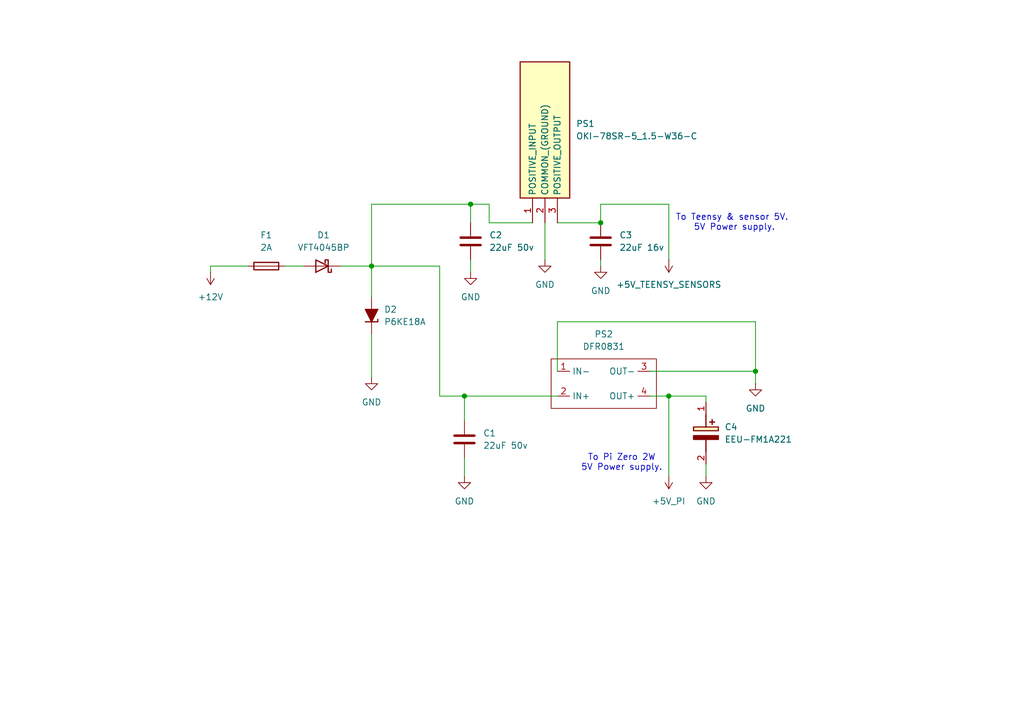
<source format=kicad_sch>
(kicad_sch (version 20250114) (generator "eeschema") (generator_version "9.0")
  (paper "A5")
  (title_block (title "4L60E Controller - Input Conditioning (Overview)") (date "2026-01-26") (rev "B") (comment 1 "Input sheets listed below"))
  (lib_symbols
    (symbol "Device:D_Schottky" (pin_numbers (hide yes)) (pin_names (offset 1.016) (hide yes))
      (property "Reference" "D" (at 0 2.54 0))
      (property "Value" "D_Schottky" (at 0 -2.54 0))
      (symbol "D_Schottky_0_1"
        (polyline (pts (xy -1.905 0.635) (xy -1.905 1.27) (xy -1.27 1.27) (xy -1.27 -1.27) (xy -0.635 -1.27) (xy -0.635 -0.635)) (stroke (width 0.254)))
        (polyline (pts (xy 1.27 1.27) (xy 1.27 -1.27) (xy -1.27 0) (xy 1.27 1.27)) (stroke (width 0.254)))
        (polyline (pts (xy 1.27 0) (xy -1.27 0)))
      )
      (symbol "D_Schottky_1_1"
        (pin passive line (at -3.81 0 0) (length 2.54) (name "K") (number "1"))
        (pin passive line (at 3.81 0 180) (length 2.54) (name "A") (number "2"))
      )
    )
    (symbol "Device:Fuse" (pin_numbers (hide yes)) (pin_names (offset 0))
      (property "Reference" "F" (at 2.032 0 90))
      (property "Value" "Fuse" (at -1.905 0 90))
      (symbol "Fuse_0_1"
        (rectangle (start -0.762 -2.54) (end 0.762 2.54) (stroke (width 0.254)))
        (polyline (pts (xy 0 2.54) (xy 0 -2.54)))
      )
      (symbol "Fuse_1_1"
        (pin passive line (at 0 3.81 270) (length 1.27) (name "~") (number "1"))
        (pin passive line (at 0 -3.81 90) (length 1.27) (name "~") (number "2"))
      )
    )
    (symbol "PCM_Capacitor_US_AKL:C_Disc_D8.0mm_W5.0mm_P5.00mm" (pin_numbers (hide yes)) (pin_names (offset 0.254))
      (property "Reference" "C" (at 0.635 2.54 0))
      (property "Value" "C_Disc_D8.0mm_W5.0mm_P5.00mm" (at 0.635 -2.54 0))
      (symbol "C_Disc_D8.0mm_W5.0mm_P5.00mm_0_1"
        (polyline (pts (xy -2.032 0.762) (xy 2.032 0.762)) (stroke (width 0.508)))
        (polyline (pts (xy -2.032 -0.762) (xy 2.032 -0.762)) (stroke (width 0.508)))
      )
      (symbol "C_Disc_D8.0mm_W5.0mm_P5.00mm_0_2"
        (polyline (pts (xy -2.54 -2.54) (xy -0.381 -0.381)))
        (polyline (pts (xy -0.508 -0.508) (xy -1.651 0.635)) (stroke (width 0.508)))
        (polyline (pts (xy -0.508 -0.508) (xy 0.635 -1.651)) (stroke (width 0.508)))
        (polyline (pts (xy 0.381 0.381) (xy 2.54 2.54)))
        (polyline (pts (xy 0.508 0.508) (xy -0.635 1.651)) (stroke (width 0.508)))
        (polyline (pts (xy 0.508 0.508) (xy 1.651 -0.635)) (stroke (width 0.508)))
      )
      (symbol "C_Disc_D8.0mm_W5.0mm_P5.00mm_1_1"
        (pin passive line (at 0 3.81 270) (length 2.794) (name "~") (number "1"))
        (pin passive line (at 0 -3.81 90) (length 2.794) (name "~") (number "2"))
      )
      (symbol "C_Disc_D8.0mm_W5.0mm_P5.00mm_1_2"
        (pin passive line (at -2.54 -2.54 90) (length 0) (name "~") (number "2"))
        (pin passive line (at 2.54 2.54 270) (length 0) (name "~") (number "1"))
      )
    )
    (symbol "PCM_Diode_TVS_AKL:P6KE18A" (pin_numbers (hide yes)) (pin_names (offset 1.016) (hide yes))
      (property "Reference" "D" (at 0 5.08 0))
      (property "Value" "P6KE18A" (at 0 2.54 0))
      (symbol "P6KE18A_0_1"
        (polyline (pts (xy -1.27 1.27) (xy -1.27 -1.27) (xy 1.27 0) (xy -1.27 1.27)) (stroke (width 0.254)) (fill (type outline)))
        (polyline (pts (xy -1.27 0) (xy 1.27 0)))
        (polyline (pts (xy 1.27 1.27) (xy 0.762 1.27)) (stroke (width 0.254)))
        (polyline (pts (xy 1.27 -1.27) (xy 1.27 1.27)) (stroke (width 0.254)))
      )
      (symbol "P6KE18A_0_2"
        (polyline (pts (xy -2.54 -2.54) (xy 2.54 2.54)))
        (polyline (pts (xy -0.889 -0.889) (xy -1.778 0) (xy 0.889 0.889) (xy 0 -1.778) (xy -0.889 -0.889)) (stroke (width 0.254)) (fill (type outline)))
        (polyline (pts (xy 0 1.778) (xy -0.381 1.397)) (stroke (width 0.254)))
        (polyline (pts (xy 0 1.778) (xy 1.778 0)) (stroke (width 0.254)))
      )
      (symbol "P6KE18A_1_1"
        (pin passive line (at -3.81 0 0) (length 2.54) (name "A") (number "2"))
        (pin passive line (at 3.81 0 180) (length 2.54) (name "K") (number "1"))
      )
      (symbol "P6KE18A_1_2"
        (pin passive line (at -2.54 -2.54 0) (length 0) (name "A") (number "2"))
        (pin passive line (at 2.54 2.54 180) (length 0) (name "K") (number "1"))
      )
    )
    (symbol "SamacSys_Parts:DFR0831"
      (property "Reference" "PS" (at 1.016 3.81 0))
      (property "Value" "DFR0831" (at 1.016 0 0))
      (symbol "DFR0831_0_1"
        (rectangle (start -8.89 5.08) (end 12.7 -5.08))
      )
      (symbol "DFR0831_1_1"
        (pin power_in line (at -7.62 2.54 0) (length 2.54) (name "IN-") (number "1"))
        (pin power_in line (at -7.62 -2.54 0) (length 2.54) (name "IN+") (number "2"))
        (pin power_in line (at 11.43 2.54 180) (length 2.54) (name "OUT-") (number "3"))
        (pin power_out line (at 11.43 -2.54 180) (length 2.54) (name "OUT+") (number "4"))
      )
    )
    (symbol "SamacSys_Parts:EEU-FM1A221" (pin_names (hide yes))
      (property "Reference" "C" (at 8.89 6.35 0))
      (property "Value" "EEU-FM1A221" (at 8.89 3.81 0))
      (symbol "EEU-FM1A221_1_1"
        (polyline (pts (xy 2.54 0) (xy 5.08 0)) (stroke (width 0.254)))
        (polyline (pts (xy 4.064 1.778) (xy 4.064 0.762)) (stroke (width 0.254)))
        (polyline (pts (xy 4.572 1.27) (xy 3.556 1.27)) (stroke (width 0.254)))
        (rectangle (start 5.08 2.54) (end 5.842 -2.54) (stroke (width 0.254)) (fill (type background)))
        (polyline (pts (xy 7.62 2.54) (xy 7.62 -2.54) (xy 6.858 -2.54) (xy 6.858 2.54) (xy 7.62 2.54)) (stroke (width 0.254)) (fill (type outline)))
        (polyline (pts (xy 7.62 0) (xy 10.16 0)) (stroke (width 0.254)))
        (pin passive line (at 0 0 0) (length 2.54) (name "+") (number "1"))
        (pin passive line (at 12.7 0 180) (length 2.54) (name "-") (number "2"))
      )
    )
    (symbol "SamacSys_Parts:OKI-78SR-5_1.5-W36-C"
      (property "Reference" "PS" (at 34.29 7.62 0))
      (property "Value" "OKI-78SR-5_1.5-W36-C" (at 34.29 5.08 0))
      (symbol "OKI-78SR-5_1.5-W36-C_1_1"
        (rectangle (start 5.08 2.54) (end 33.02 -7.62) (stroke (width 0.254)) (fill (type background)))
        (pin power_in line (at 0 0 0) (length 5.08) (name "POSITIVE_INPUT") (number "1"))
        (pin power_in line (at 0 -2.54 0) (length 5.08) (name "COMMON_(GROUND)") (number "2"))
        (pin power_out line (at 0 -5.08 0) (length 5.08) (name "POSITIVE_OUTPUT") (number "3"))
      )
    )
    (symbol "power:+5V" (power) (pin_numbers (hide yes)) (pin_names (offset 0) (hide yes))
      (property "Value" "+5V" (at 0 3.556 0))
      (symbol "+5V_0_1"
        (polyline (pts (xy -0.762 1.27) (xy 0 2.54)))
        (polyline (pts (xy 0 2.54) (xy 0.762 1.27)))
        (polyline (pts (xy 0 0) (xy 0 2.54)))
      )
      (symbol "+5V_1_1"
        (pin power_in line (at 0 0 90) (length 0) (name "~") (number "1"))
      )
    )
    (symbol "power:GND" (power) (pin_numbers (hide yes)) (pin_names (offset 0) (hide yes))
      (property "Value" "GND" (at 0 -3.81 0))
      (symbol "GND_0_1"
        (polyline (pts (xy 0 0) (xy 0 -1.27) (xy 1.27 -1.27) (xy 0 -2.54) (xy -1.27 -1.27) (xy 0 -1.27)))
      )
      (symbol "GND_1_1"
        (pin power_in line (at 0 0 270) (length 0) (name "~") (number "1"))
      )
    )
  )
  (text "To Pi Zero 2W\n5V Power supply.\n" (at 127.508 94.996 0) (effects (font (size 1.27 1.27))))
  (text "To Teensy & sensor 5V. \n5V Power supply.\n" (at 150.622 45.72 0) (effects (font (size 1.27 1.27))))
  (junction (at 95.25 81.28))
  (junction (at 137.16 81.28))
  (junction (at 76.2 54.61))
  (junction (at 96.52 41.91))
  (junction (at 154.94 76.2))
  (junction (at 123.19 45.72))
  (wire (pts (xy 100.33 45.72) (xy 100.33 41.91)))
  (wire (pts (xy 50.8 54.61) (xy 43.18 54.61)))
  (wire (pts (xy 95.25 93.98) (xy 95.25 97.79)))
  (wire (pts (xy 154.94 76.2) (xy 154.94 78.74)))
  (wire (pts (xy 133.35 81.28) (xy 137.16 81.28)))
  (wire (pts (xy 114.3 66.04) (xy 154.94 66.04)))
  (wire (pts (xy 76.2 54.61) (xy 90.17 54.61)))
  (wire (pts (xy 114.3 76.2) (xy 114.3 66.04)))
  (wire (pts (xy 114.3 45.72) (xy 123.19 45.72)))
  (wire (pts (xy 133.35 76.2) (xy 154.94 76.2)))
  (wire (pts (xy 144.78 82.55) (xy 144.78 81.28)))
  (wire (pts (xy 123.19 45.72) (xy 123.19 41.91)))
  (wire (pts (xy 144.78 81.28) (xy 137.16 81.28)))
  (wire (pts (xy 95.25 81.28) (xy 95.25 86.36)))
  (wire (pts (xy 58.42 54.61) (xy 62.23 54.61)))
  (wire (pts (xy 100.33 41.91) (xy 96.52 41.91)))
  (wire (pts (xy 137.16 81.28) (xy 137.16 97.79)))
  (wire (pts (xy 90.17 81.28) (xy 95.25 81.28)))
  (wire (pts (xy 76.2 41.91) (xy 76.2 54.61)))
  (wire (pts (xy 76.2 41.91) (xy 96.52 41.91)))
  (wire (pts (xy 90.17 54.61) (xy 90.17 81.28)))
  (wire (pts (xy 111.76 45.72) (xy 111.76 53.34)))
  (wire (pts (xy 96.52 41.91) (xy 96.52 45.72)))
  (wire (pts (xy 96.52 53.34) (xy 96.52 55.88)))
  (wire (pts (xy 123.19 53.34) (xy 123.19 54.61)))
  (wire (pts (xy 137.16 41.91) (xy 137.16 53.34)))
  (wire (pts (xy 95.25 81.28) (xy 114.3 81.28)))
  (wire (pts (xy 69.85 54.61) (xy 76.2 54.61)))
  (wire (pts (xy 144.78 95.25) (xy 144.78 97.79)))
  (wire (pts (xy 154.94 66.04) (xy 154.94 76.2)))
  (wire (pts (xy 123.19 41.91) (xy 137.16 41.91)))
  (wire (pts (xy 76.2 68.58) (xy 76.2 77.47)))
  (wire (pts (xy 76.2 54.61) (xy 76.2 60.96)))
  (wire (pts (xy 43.18 54.61) (xy 43.18 55.88)))
  (wire (pts (xy 109.22 45.72) (xy 100.33 45.72)))
  (symbol (lib_id "power:+5V") (at 137.16 97.79 180) (unit 1)
    (property "Reference" "#PWR08" (effects (hide yes)))
    (property "Value" "+5V_PI" (at 137.16 102.87 0))
    (property "Description" "Power symbol creates a global label with name \"+5V\"" (effects (hide yes)))
  )
  (symbol (lib_id "PCM_Capacitor_US_AKL:C_Disc_D8.0mm_W5.0mm_P5.00mm") (at 96.52 49.53 0) (unit 1)
    (property "Reference" "C2" (at 100.33 48.2599 0) (effects (justify left)))
    (property "Value" "22uF 50v" (at 100.33 50.7999 0) (effects (justify left)))
    (property "Footprint" "PCM_Capacitor_THT_US_AKL:C_Disc_D8.0mm_W5.0mm_P5.00mm" (effects (hide yes)))
    (property "Description" "THT Ceramic Disc Capacitor, 8.0mm Diameter, 5.0mm Width, 5.00mm Pitch, Alternate KiCad Library" (effects (hide yes)))
  )
  (symbol (lib_id "power:GND") (at 111.76 53.34 0) (unit 1)
    (property "Reference" "#PWR05" (effects (hide yes)))
    (property "Value" "GND" (at 111.76 58.42 0))
    (property "Description" "Power symbol creates a global label with name \"GND\" , ground" (effects (hide yes)))
  )
  (symbol (lib_id "PCM_Capacitor_US_AKL:C_Disc_D8.0mm_W5.0mm_P5.00mm") (at 95.25 90.17 0) (unit 1)
    (property "Reference" "C1" (at 99.06 88.8999 0) (effects (justify left)))
    (property "Value" "22uF 50v" (at 99.06 91.4399 0) (effects (justify left)))
    (property "Footprint" "PCM_Capacitor_THT_US_AKL:C_Disc_D8.0mm_W5.0mm_P5.00mm" (effects (hide yes)))
    (property "Description" "THT Ceramic Disc Capacitor, 8.0mm Diameter, 5.0mm Width, 5.00mm Pitch, Alternate KiCad Library" (effects (hide yes)))
  )
  (symbol (lib_id "Device:D_Schottky") (at 66.04 54.61 180) (unit 1)
    (property "Reference" "D1" (at 66.3575 48.26 0))
    (property "Value" "VFT4045BP" (at 66.3575 50.8 0))
    (property "Description" "Schottky diode" (effects (hide yes)))
  )
  (symbol (lib_id "SamacSys_Parts:OKI-78SR-5_1.5-W36-C") (at 109.22 45.72 90) (unit 1)
    (property "Reference" "PS1" (at 118.11 25.3999 90) (effects (justify right)))
    (property "Value" "OKI-78SR-5_1.5-W36-C" (at 118.11 27.9399 90) (effects (justify right)))
    (property "Footprint" "SamacSys_Parts:OKI78SR515W36C" (effects (hide yes)))
    (property "Datasheet" "https://www.murata.com/products/productdata/8807037992990/oki-78sr.pdf?1675222286000" (effects (hide yes)))
    (property "Description" "Non-Isolated DC/DC Converters 7.5W 24Vin 5Vout1 1.5A SIP Non-Iso" (effects (hide yes)))
    (property "Height" "17" (effects (hide yes)))
    (property "Mouser Part Number" "580-OKI78SR5/1.5W36C" (effects (hide yes)))
    (property "Mouser Price/Stock" "https://www.mouser.co.uk/ProductDetail/Murata-Power-Solutions/OKI-78SR-5-1.5-W36-C?qs=uJpRT2lXVNXJP%252Bo08dQqJQ%3D%3D" (effects (hide yes)))
    (property "Manufacturer_Name" "Murata Electronics" (effects (hide yes)))
    (property "Manufacturer_Part_Number" "OKI-78SR-5/1.5-W36-C" (effects (hide yes)))
  )
  (symbol (lib_id "power:GND") (at 76.2 77.47 0) (unit 1)
    (property "Reference" "#PWR02" (effects (hide yes)))
    (property "Value" "GND" (at 76.2 82.55 0))
    (property "Description" "Power symbol creates a global label with name \"GND\" , ground" (effects (hide yes)))
  )
  (symbol (lib_id "SamacSys_Parts:DFR0831") (at 121.92 78.74 0) (unit 1)
    (property "Reference" "PS2" (at 123.825 68.58 0))
    (property "Value" "DFR0831" (at 123.825 71.12 0))
    (property "Datasheet" "https://www.mouser.com/pdfDocs/Product_Overview-DFRobot-DC-DCBuckConverter1.pdf" (effects (hide yes)))
  )
  (symbol (lib_id "power:+5V") (at 137.16 53.34 180) (unit 1)
    (property "Reference" "#PWR07" (effects (hide yes)))
    (property "Value" "+5V_TEENSY_SENSORS" (at 137.16 58.42 0))
    (property "Description" "Power symbol creates a global label with name \"+5V\"" (effects (hide yes)))
  )
  (symbol (lib_id "Device:Fuse") (at 54.61 54.61 90) (unit 1)
    (property "Reference" "F1" (at 54.61 48.26 90))
    (property "Value" "2A" (at 54.61 50.8 90))
    (property "Description" "Fuse" (effects (hide yes)))
  )
  (symbol (lib_id "power:GND") (at 144.78 97.79 0) (unit 1)
    (property "Reference" "#PWR09" (effects (hide yes)))
    (property "Value" "GND" (at 144.78 102.87 0))
    (property "Description" "Power symbol creates a global label with name \"GND\" , ground" (effects (hide yes)))
  )
  (symbol (lib_id "SamacSys_Parts:EEU-FM1A221") (at 144.78 82.55 270) (unit 1)
    (property "Reference" "C4" (at 148.59 87.6299 90) (effects (justify left)))
    (property "Value" "EEU-FM1A221" (at 148.59 90.1699 90) (effects (justify left)))
    (property "Footprint" "SamacSys_Parts:CAPPRD250W55D630H1270" (effects (hide yes)))
    (property "Datasheet" "http://industrial.panasonic.com/cdbs/www-data/pdf/RDF0000/ABA0000C1018.pdf" (effects (hide yes)))
    (property "Description" "Al Electrolytic Cap 105C 10V 220uF Panasonic 220uF 10 V dc Aluminium Electrolytic Capacitor, FM Radial Series 2000h 6 Dia. x 11.2mm" (effects (hide yes)))
    (property "Height" "12.7" (effects (hide yes)))
    (property "Mouser Part Number" "667-EEU-FM1A221" (effects (hide yes)))
    (property "Mouser Price/Stock" "https://www.mouser.co.uk/ProductDetail/Panasonic/EEU-FM1A221?qs=MtOUKumLmnbMNOrxJ9u6Dw%3D%3D" (effects (hide yes)))
    (property "Manufacturer_Name" "Panasonic" (effects (hide yes)))
    (property "Manufacturer_Part_Number" "EEU-FM1A221" (effects (hide yes)))
  )
  (symbol (lib_id "PCM_Capacitor_US_AKL:C_Disc_D8.0mm_W5.0mm_P5.00mm") (at 123.19 49.53 0) (unit 1)
    (property "Reference" "C3" (at 127 48.2599 0) (effects (justify left)))
    (property "Value" "22uF 16v" (at 127 50.7999 0) (effects (justify left)))
    (property "Footprint" "PCM_Capacitor_THT_US_AKL:C_Disc_D8.0mm_W5.0mm_P5.00mm" (effects (hide yes)))
    (property "Description" "THT Ceramic Disc Capacitor, 8.0mm Diameter, 5.0mm Width, 5.00mm Pitch, Alternate KiCad Library" (effects (hide yes)))
  )
  (symbol (lib_id "power:+5V") (at 43.18 55.88 180) (unit 1)
    (property "Reference" "#PWR01" (effects (hide yes)))
    (property "Value" "+12V" (at 43.18 60.96 0))
    (property "Description" "Power symbol creates a global label with name \"+5V\"" (effects (hide yes)))
  )
  (symbol (lib_id "power:GND") (at 95.25 97.79 0) (unit 1)
    (property "Reference" "#PWR03" (effects (hide yes)))
    (property "Value" "GND" (at 95.25 102.87 0))
    (property "Description" "Power symbol creates a global label with name \"GND\" , ground" (effects (hide yes)))
  )
  (symbol (lib_id "power:GND") (at 123.19 54.61 0) (unit 1)
    (property "Reference" "#PWR06" (effects (hide yes)))
    (property "Value" "GND" (at 123.19 59.69 0))
    (property "Description" "Power symbol creates a global label with name \"GND\" , ground" (effects (hide yes)))
  )
  (symbol (lib_id "PCM_Diode_TVS_AKL:P6KE18A") (at 76.2 64.77 270) (unit 1)
    (property "Reference" "D2" (at 78.74 63.4999 90) (effects (justify left)))
    (property "Value" "P6KE18A" (at 78.74 66.0399 90) (effects (justify left)))
    (property "Footprint" "PCM_Diode_THT_AKL:D_DO-15_P10.16mm_Horizontal_Zener" (effects (hide yes)))
    (property "Datasheet" "https://www.tme.eu/Document/6b488a936123e1f9ccf03f4f9186b150/P6KE_ser.pdf" (effects (hide yes)))
    (property "Description" "DO-15 Unidirectional TVS diode, 18V, 600W, Alternate KiCAD Library" (effects (hide yes)))
  )
  (symbol (lib_id "power:GND") (at 96.52 55.88 0) (unit 1)
    (property "Reference" "#PWR04" (effects (hide yes)))
    (property "Value" "GND" (at 96.52 60.96 0))
    (property "Description" "Power symbol creates a global label with name \"GND\" , ground" (effects (hide yes)))
  )
  (symbol (lib_id "power:GND") (at 154.94 78.74 0) (unit 1)
    (property "Reference" "#PWR010" (effects (hide yes)))
    (property "Value" "GND" (at 154.94 83.82 0))
    (property "Description" "Power symbol creates a global label with name \"GND\" , ground" (effects (hide yes)))
  )
)
</source>
